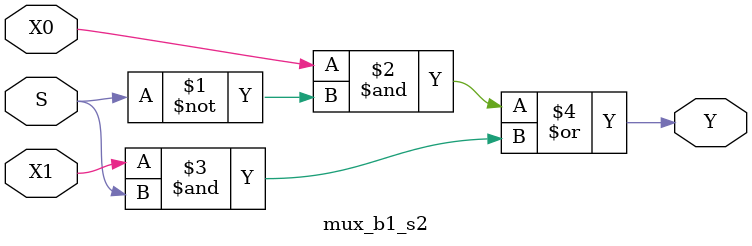
<source format=v>
`timescale 1ns / 1ps

module mux_b1_s2 (
    input wire X0,
    input wire X1,
    input wire S,
    output wire Y
    );
    
    assign Y = (X0 & ~S) | (X1 & S);

endmodule

</source>
